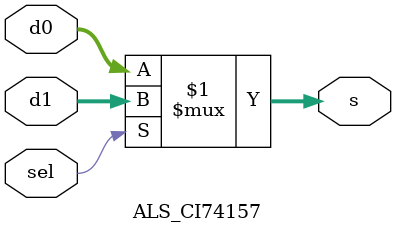
<source format=v>
module ALS_CI74157 (
  input [3:0] d0,
  input [3:0] d1,
  input sel,
  output [3:0]s
);
  assign s[3:0] = sel ? d1[3:0] : d0[3:0];
endmodule 

</source>
